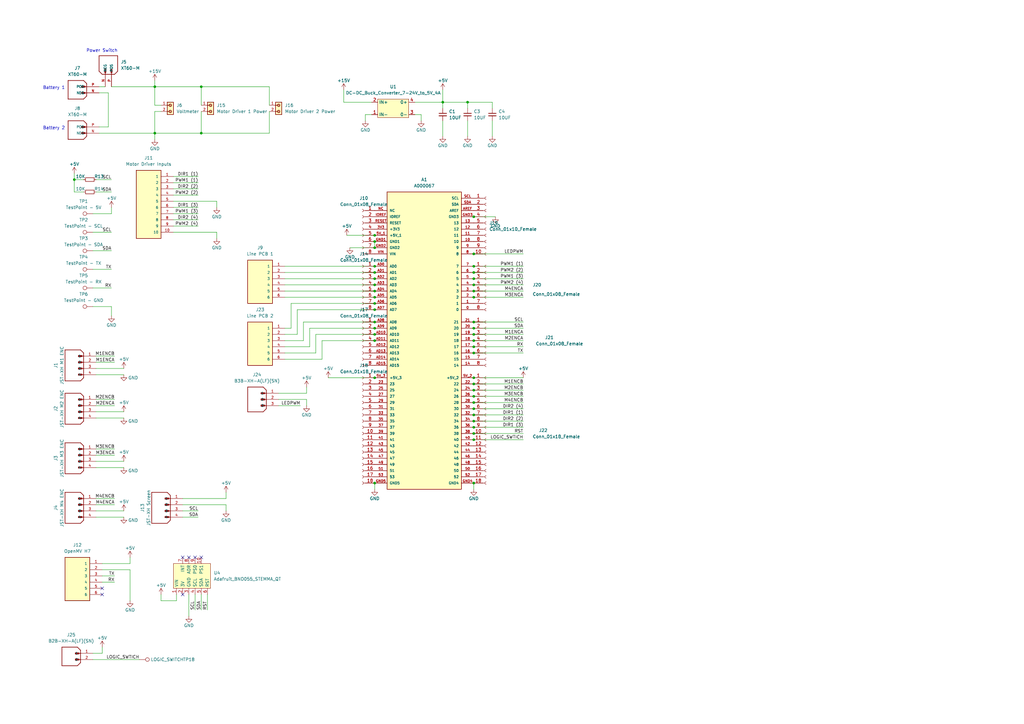
<source format=kicad_sch>
(kicad_sch (version 20211123) (generator eeschema)
  (paper "A3")
  (lib_symbols
    (symbol "5mm Pitch 2-Pin Screw Terminal Block:691137710002" (pin_names (offset 1.016))
      (property "Reference" "J" (at -4.88 -0.922 0))
      (property "Value" "691137710002" (at -4.83 -2.58 0))
      (symbol "691137710002_0_0"
        (pin passive line (at -2.54 -5.08 90) (length 2.54) (name "~") (number "1"))
        (pin passive line (at 0 -5.08 90) (length 2.54) (name "~") (number "2"))
      )
    )
    (symbol "A000067:A000067" (pin_names (offset 1.016))
      (property "Reference" "A" (at -15.24 61.595 0))
      (property "Value" "A000067" (at -15.24 -63.5 0))
      (symbol "A000067_0_0"
        (pin passive line (at 20.32 12.7 180) (length 5.08) (name "0") (number "0"))
        (pin passive line (at 20.32 15.24 180) (length 5.08) (name "1") (number "1"))
        (pin passive line (at 20.32 40.64 180) (length 5.08) (name "10") (number "10"))
        (pin passive line (at 20.32 43.18 180) (length 5.08) (name "11") (number "11"))
        (pin passive line (at 20.32 45.72 180) (length 5.08) (name "12") (number "12"))
        (pin passive line (at 20.32 48.26 180) (length 5.08) (name "13") (number "13"))
        (pin passive line (at 20.32 -10.16 180) (length 5.08) (name "14") (number "14"))
        (pin passive line (at 20.32 -7.62 180) (length 5.08) (name "15") (number "15"))
        (pin passive line (at 20.32 -5.08 180) (length 5.08) (name "16") (number "16"))
        (pin passive line (at 20.32 -2.54 180) (length 5.08) (name "17") (number "17"))
        (pin passive line (at 20.32 0 180) (length 5.08) (name "18") (number "18"))
        (pin passive line (at 20.32 2.54 180) (length 5.08) (name "19") (number "19"))
        (pin passive line (at 20.32 17.78 180) (length 5.08) (name "2") (number "2"))
        (pin passive line (at 20.32 5.08 180) (length 5.08) (name "20") (number "20"))
        (pin passive line (at 20.32 7.62 180) (length 5.08) (name "21") (number "21"))
        (pin passive line (at 20.32 -17.78 180) (length 5.08) (name "22") (number "22"))
        (pin passive line (at -20.32 -17.78 0) (length 5.08) (name "23") (number "23"))
        (pin passive line (at 20.32 -20.32 180) (length 5.08) (name "24") (number "24"))
        (pin passive line (at -20.32 -20.32 0) (length 5.08) (name "25") (number "25"))
        (pin passive line (at 20.32 -22.86 180) (length 5.08) (name "26") (number "26"))
        (pin passive line (at -20.32 -22.86 0) (length 5.08) (name "27") (number "27"))
        (pin passive line (at 20.32 -25.4 180) (length 5.08) (name "28") (number "28"))
        (pin passive line (at -20.32 -25.4 0) (length 5.08) (name "29") (number "29"))
        (pin passive line (at 20.32 20.32 180) (length 5.08) (name "3") (number "3"))
        (pin passive line (at 20.32 -27.94 180) (length 5.08) (name "30") (number "30"))
        (pin passive line (at -20.32 -27.94 0) (length 5.08) (name "31") (number "31"))
        (pin passive line (at 20.32 -30.48 180) (length 5.08) (name "32") (number "32"))
        (pin passive line (at -20.32 -30.48 0) (length 5.08) (name "33") (number "33"))
        (pin passive line (at 20.32 -33.02 180) (length 5.08) (name "34") (number "34"))
        (pin passive line (at -20.32 -33.02 0) (length 5.08) (name "35") (number "35"))
        (pin passive line (at 20.32 -35.56 180) (length 5.08) (name "36") (number "36"))
        (pin passive line (at -20.32 -35.56 0) (length 5.08) (name "37") (number "37"))
        (pin passive line (at 20.32 -38.1 180) (length 5.08) (name "38") (number "38"))
        (pin passive line (at -20.32 -38.1 0) (length 5.08) (name "39") (number "39"))
        (pin passive line (at -20.32 45.72 0) (length 5.08) (name "+3V3") (number "3V3"))
        (pin passive line (at 20.32 22.86 180) (length 5.08) (name "4") (number "4"))
        (pin passive line (at 20.32 -40.64 180) (length 5.08) (name "40") (number "40"))
        (pin passive line (at -20.32 -40.64 0) (length 5.08) (name "41") (number "41"))
        (pin passive line (at 20.32 -43.18 180) (length 5.08) (name "42") (number "42"))
        (pin passive line (at -20.32 -43.18 0) (length 5.08) (name "43") (number "43"))
        (pin passive line (at 20.32 -45.72 180) (length 5.08) (name "44") (number "44"))
        (pin passive line (at -20.32 -45.72 0) (length 5.08) (name "45") (number "45"))
        (pin passive line (at 20.32 -48.26 180) (length 5.08) (name "46") (number "46"))
        (pin passive line (at -20.32 -48.26 0) (length 5.08) (name "47") (number "47"))
        (pin passive line (at 20.32 -50.8 180) (length 5.08) (name "48") (number "48"))
        (pin passive line (at -20.32 -50.8 0) (length 5.08) (name "49") (number "49"))
        (pin passive line (at 20.32 25.4 180) (length 5.08) (name "5") (number "5"))
        (pin passive line (at 20.32 -53.34 180) (length 5.08) (name "50") (number "50"))
        (pin passive line (at -20.32 -53.34 0) (length 5.08) (name "51") (number "51"))
        (pin passive line (at 20.32 -55.88 180) (length 5.08) (name "52") (number "52"))
        (pin passive line (at -20.32 -55.88 0) (length 5.08) (name "53") (number "53"))
        (pin passive line (at -20.32 43.18 0) (length 5.08) (name "+5V_1") (number "5V_1"))
        (pin passive line (at 20.32 -15.24 180) (length 5.08) (name "+5V_2") (number "5V_2"))
        (pin passive line (at -20.32 -15.24 0) (length 5.08) (name "+5V_3") (number "5V_3"))
        (pin passive line (at 20.32 27.94 180) (length 5.08) (name "6") (number "6"))
        (pin passive line (at 20.32 30.48 180) (length 5.08) (name "7") (number "7"))
        (pin passive line (at 20.32 35.56 180) (length 5.08) (name "8") (number "8"))
        (pin passive line (at 20.32 38.1 180) (length 5.08) (name "9") (number "9"))
        (pin passive line (at -20.32 30.48 0) (length 5.08) (name "AD0") (number "AD0"))
        (pin passive line (at -20.32 27.94 0) (length 5.08) (name "AD1") (number "AD1"))
        (pin passive line (at -20.32 2.54 0) (length 5.08) (name "AD10") (number "AD10"))
        (pin passive line (at -20.32 0 0) (length 5.08) (name "AD11") (number "AD11"))
        (pin passive line (at -20.32 -2.54 0) (length 5.08) (name "AD12") (number "AD12"))
        (pin passive line (at -20.32 -5.08 0) (length 5.08) (name "AD13") (number "AD13"))
        (pin passive line (at -20.32 -7.62 0) (length 5.08) (name "AD14") (number "AD14"))
        (pin passive line (at -20.32 -10.16 0) (length 5.08) (name "AD15") (number "AD15"))
        (pin passive line (at -20.32 25.4 0) (length 5.08) (name "AD2") (number "AD2"))
        (pin passive line (at -20.32 22.86 0) (length 5.08) (name "AD3") (number "AD3"))
        (pin passive line (at -20.32 20.32 0) (length 5.08) (name "AD4") (number "AD4"))
        (pin passive line (at -20.32 17.78 0) (length 5.08) (name "AD5") (number "AD5"))
        (pin passive line (at -20.32 15.24 0) (length 5.08) (name "AD6") (number "AD6"))
        (pin passive line (at -20.32 12.7 0) (length 5.08) (name "AD7") (number "AD7"))
        (pin passive line (at -20.32 7.62 0) (length 5.08) (name "AD8") (number "AD8"))
        (pin passive line (at -20.32 5.08 0) (length 5.08) (name "AD9") (number "AD9"))
        (pin passive line (at 20.32 53.34 180) (length 5.08) (name "AREF") (number "AREF"))
        (pin passive line (at -20.32 40.64 0) (length 5.08) (name "GND1") (number "GND1"))
        (pin passive line (at -20.32 38.1 0) (length 5.08) (name "GND2") (number "GND2"))
        (pin passive line (at 20.32 50.8 180) (length 5.08) (name "GND3") (number "GND3"))
        (pin passive line (at 20.32 -58.42 180) (length 5.08) (name "GND4") (number "GND4"))
        (pin passive line (at -20.32 -58.42 0) (length 5.08) (name "GND5") (number "GND5"))
        (pin passive line (at -20.32 50.8 0) (length 5.08) (name "IOREF") (number "IOREF"))
        (pin passive line (at -20.32 53.34 0) (length 5.08) (name "NC") (number "NC"))
        (pin passive line (at -20.32 48.26 0) (length 5.08) (name "RESET") (number "RESET"))
        (pin passive line (at 20.32 58.42 180) (length 5.08) (name "SCL") (number "SCL"))
        (pin passive line (at 20.32 55.88 180) (length 5.08) (name "SDA") (number "SDA"))
        (pin passive line (at -20.32 35.56 0) (length 5.08) (name "VIN") (number "VIN"))
      )
    )
    (symbol "Adafruit BNO055 STEMMA QT:Adafruit_BNO055_STEMMA_QT"
      (property "Reference" "U" (at -12.7 0 90))
      (property "Value" "Adafruit_BNO055_STEMMA_QT" (at -10.16 0 90))
      (symbol "Adafruit_BNO055_STEMMA_QT_1_1"
        (pin input line (at -6.35 -7.62 90) (length 2.54) (name "VIN") (number "1"))
        (pin input line (at 3.81 7.62 270) (length 2.54) (name "PS1") (number "10"))
        (pin input line (at -3.81 -7.62 90) (length 2.54) (name "3V") (number "2"))
        (pin input line (at -1.27 -7.62 90) (length 2.54) (name "GND") (number "3"))
        (pin input line (at 1.27 -7.62 90) (length 2.54) (name "SCL") (number "4"))
        (pin input line (at 3.81 -7.62 90) (length 2.54) (name "SDA") (number "5"))
        (pin input line (at 6.35 -7.62 90) (length 2.54) (name "RST") (number "6"))
        (pin input line (at -3.81 7.62 270) (length 2.54) (name "INT") (number "7"))
        (pin input line (at -1.27 7.62 270) (length 2.54) (name "ADR") (number "8"))
        (pin input line (at 1.27 7.62 270) (length 2.54) (name "PS0") (number "9"))
      )
    )
    (symbol "B2B-XH-A_LF__SN_:B2B-XH-A(LF)(SN)" (pin_names (offset 1.016))
      (property "Reference" "J" (at 0 6.35 0))
      (property "Value" "B2B-XH-A(LF)(SN)" (at 0 -5.08 0))
      (symbol "B2B-XH-A(LF)(SN)_0_0"
        (pin passive line (at -5.08 2.54 0) (length 5.08) (name "1") (number "1"))
        (pin passive line (at -5.08 0 0) (length 5.08) (name "2") (number "2"))
      )
    )
    (symbol "B3B-XH-A_LF__SN_:B3B-XH-A(LF)(SN)" (pin_names (offset 1.016))
      (property "Reference" "J" (at 0 6.35 0))
      (property "Value" "B3B-XH-A(LF)(SN)" (at 0 -7.62 0))
      (symbol "B3B-XH-A(LF)(SN)_0_0"
        (pin passive line (at -5.08 2.54 0) (length 5.08) (name "1") (number "1"))
        (pin passive line (at -5.08 0 0) (length 5.08) (name "2") (number "2"))
        (pin passive line (at -5.08 -2.54 0) (length 5.08) (name "3") (number "3"))
      )
    )
    (symbol "B4B-XH-A_LF__SN_:B4B-XH-A(LF)(SN)" (pin_names (offset 1.016))
      (property "Reference" "J" (at 0 8.89 0))
      (property "Value" "B4B-XH-A(LF)(SN)" (at 0 -7.62 0))
      (symbol "B4B-XH-A(LF)(SN)_0_0"
        (pin passive line (at -5.08 5.08 0) (length 5.08) (name "1") (number "1"))
        (pin passive line (at -5.08 2.54 0) (length 5.08) (name "2") (number "2"))
        (pin passive line (at -5.08 0 0) (length 5.08) (name "3") (number "3"))
        (pin passive line (at -5.08 -2.54 0) (length 5.08) (name "4") (number "4"))
      )
    )
    (symbol "Box IDC header 2x3:2-1761679-1" (pin_names (offset 1.016))
      (property "Reference" "J" (at -5.58 10.16 0))
      (property "Value" "2-1761679-1" (at -5.08 -10.16 0))
      (symbol "2-1761679-1_0_0"
        (pin passive line (at -10.16 7.62 0) (length 5.08) (name "1") (number "1"))
        (pin passive line (at -10.16 5.08 0) (length 5.08) (name "2") (number "2"))
        (pin passive line (at -10.16 2.54 0) (length 5.08) (name "3") (number "3"))
        (pin passive line (at -10.16 0 0) (length 5.08) (name "4") (number "4"))
        (pin passive line (at -10.16 -2.54 0) (length 5.08) (name "5") (number "5"))
        (pin passive line (at -10.16 -5.08 0) (length 5.08) (name "6") (number "6"))
      )
    )
    (symbol "Box IDC header 2x5:2-1761603-3" (pin_names (offset 1.016))
      (property "Reference" "J" (at -5.58 15.24 0))
      (property "Value" "2-1761603-3" (at -5.08 -15.24 0))
      (symbol "2-1761603-3_0_0"
        (pin passive line (at -10.16 12.7 0) (length 5.08) (name "1") (number "1"))
        (pin passive line (at -10.16 -10.16 0) (length 5.08) (name "10") (number "10"))
        (pin passive line (at -10.16 10.16 0) (length 5.08) (name "2") (number "2"))
        (pin passive line (at -10.16 7.62 0) (length 5.08) (name "3") (number "3"))
        (pin passive line (at -10.16 5.08 0) (length 5.08) (name "4") (number "4"))
        (pin passive line (at -10.16 2.54 0) (length 5.08) (name "5") (number "5"))
        (pin passive line (at -10.16 0 0) (length 5.08) (name "6") (number "6"))
        (pin passive line (at -10.16 -2.54 0) (length 5.08) (name "7") (number "7"))
        (pin passive line (at -10.16 -5.08 0) (length 5.08) (name "8") (number "8"))
        (pin passive line (at -10.16 -7.62 0) (length 5.08) (name "9") (number "9"))
      )
    )
    (symbol "Connector:Conn_01x08_Female" (pin_names (offset 1.016) hide)
      (property "Reference" "J" (at 0 10.16 0))
      (property "Value" "Conn_01x08_Female" (at 0 -12.7 0))
      (symbol "Conn_01x08_Female_1_1"
        (pin passive line (at -5.08 7.62 0) (length 3.81) (name "Pin_1") (number "1"))
        (pin passive line (at -5.08 5.08 0) (length 3.81) (name "Pin_2") (number "2"))
        (pin passive line (at -5.08 2.54 0) (length 3.81) (name "Pin_3") (number "3"))
        (pin passive line (at -5.08 0 0) (length 3.81) (name "Pin_4") (number "4"))
        (pin passive line (at -5.08 -2.54 0) (length 3.81) (name "Pin_5") (number "5"))
        (pin passive line (at -5.08 -5.08 0) (length 3.81) (name "Pin_6") (number "6"))
        (pin passive line (at -5.08 -7.62 0) (length 3.81) (name "Pin_7") (number "7"))
        (pin passive line (at -5.08 -10.16 0) (length 3.81) (name "Pin_8") (number "8"))
      )
    )
    (symbol "Connector:Conn_01x10_Female" (pin_names (offset 1.016) hide)
      (property "Reference" "J" (at 0 12.7 0))
      (property "Value" "Conn_01x10_Female" (at 0 -15.24 0))
      (symbol "Conn_01x10_Female_1_1"
        (pin passive line (at -5.08 10.16 0) (length 3.81) (name "Pin_1") (number "1"))
        (pin passive line (at -5.08 -12.7 0) (length 3.81) (name "Pin_10") (number "10"))
        (pin passive line (at -5.08 7.62 0) (length 3.81) (name "Pin_2") (number "2"))
        (pin passive line (at -5.08 5.08 0) (length 3.81) (name "Pin_3") (number "3"))
        (pin passive line (at -5.08 2.54 0) (length 3.81) (name "Pin_4") (number "4"))
        (pin passive line (at -5.08 0 0) (length 3.81) (name "Pin_5") (number "5"))
        (pin passive line (at -5.08 -2.54 0) (length 3.81) (name "Pin_6") (number "6"))
        (pin passive line (at -5.08 -5.08 0) (length 3.81) (name "Pin_7") (number "7"))
        (pin passive line (at -5.08 -7.62 0) (length 3.81) (name "Pin_8") (number "8"))
        (pin passive line (at -5.08 -10.16 0) (length 3.81) (name "Pin_9") (number "9"))
      )
    )
    (symbol "Connector:Conn_01x18_Female" (pin_names (offset 1.016) hide)
      (property "Reference" "J" (at 0 22.86 0))
      (property "Value" "Conn_01x18_Female" (at 0 -25.4 0))
      (symbol "Conn_01x18_Female_1_1"
        (pin passive line (at -5.08 20.32 0) (length 3.81) (name "Pin_1") (number "1"))
        (pin passive line (at -5.08 -2.54 0) (length 3.81) (name "Pin_10") (number "10"))
        (pin passive line (at -5.08 -5.08 0) (length 3.81) (name "Pin_11") (number "11"))
        (pin passive line (at -5.08 -7.62 0) (length 3.81) (name "Pin_12") (number "12"))
        (pin passive line (at -5.08 -10.16 0) (length 3.81) (name "Pin_13") (number "13"))
        (pin passive line (at -5.08 -12.7 0) (length 3.81) (name "Pin_14") (number "14"))
        (pin passive line (at -5.08 -15.24 0) (length 3.81) (name "Pin_15") (number "15"))
        (pin passive line (at -5.08 -17.78 0) (length 3.81) (name "Pin_16") (number "16"))
        (pin passive line (at -5.08 -20.32 0) (length 3.81) (name "Pin_17") (number "17"))
        (pin passive line (at -5.08 -22.86 0) (length 3.81) (name "Pin_18") (number "18"))
        (pin passive line (at -5.08 17.78 0) (length 3.81) (name "Pin_2") (number "2"))
        (pin passive line (at -5.08 15.24 0) (length 3.81) (name "Pin_3") (number "3"))
        (pin passive line (at -5.08 12.7 0) (length 3.81) (name "Pin_4") (number "4"))
        (pin passive line (at -5.08 10.16 0) (length 3.81) (name "Pin_5") (number "5"))
        (pin passive line (at -5.08 7.62 0) (length 3.81) (name "Pin_6") (number "6"))
        (pin passive line (at -5.08 5.08 0) (length 3.81) (name "Pin_7") (number "7"))
        (pin passive line (at -5.08 2.54 0) (length 3.81) (name "Pin_8") (number "8"))
        (pin passive line (at -5.08 0 0) (length 3.81) (name "Pin_9") (number "9"))
      )
    )
    (symbol "Connector:TestPoint" (pin_numbers hide) (pin_names (offset 0.762) hide)
      (property "Reference" "TP" (at 0 6.858 0))
      (property "Value" "TestPoint" (at 0 5.08 0))
      (symbol "TestPoint_1_1"
        (pin passive line (at 0 0 90) (length 2.54) (name "1") (number "1"))
      )
    )
    (symbol "DC-DC Buck Converter 7-24V to 5V 4A:DC-DC_Buck_Converter_7-24V_to_5V_4A"
      (property "Reference" "U" (at 0 5.08 0))
      (property "Value" "DC-DC_Buck_Converter_7-24V_to_5V_4A" (at 1.27 7.62 0))
      (symbol "DC-DC_Buck_Converter_7-24V_to_5V_4A_1_1"
        (pin input line (at -8.89 2.54 0) (length 2.54) (name "IN-") (number "1"))
        (pin input line (at -8.89 -2.54 0) (length 2.54) (name "IN+") (number "2"))
        (pin input line (at 8.89 2.54 180) (length 2.54) (name "0-") (number "3"))
        (pin input line (at 8.89 -2.54 180) (length 2.54) (name "0+") (number "4"))
      )
    )
    (symbol "Device:C_Small" (pin_numbers hide) (pin_names (offset 0.254) hide)
      (property "Reference" "C" (at 0.254 1.778 0))
      (property "Value" "C_Small" (at 0.254 -2.032 0))
      (symbol "C_Small_1_1"
        (pin passive line (at 0 2.54 270) (length 2.032) (name "~") (number "1"))
        (pin passive line (at 0 -2.54 90) (length 2.032) (name "~") (number "2"))
      )
    )
    (symbol "Device:R_Small" (pin_numbers hide) (pin_names (offset 0.254) hide)
      (property "Reference" "R" (at 0.762 0.508 0))
      (property "Value" "R_Small" (at 0.762 -1.016 0))
      (symbol "R_Small_1_1"
        (pin passive line (at 0 2.54 270) (length 0.762) (name "~") (number "1"))
        (pin passive line (at 0 -2.54 90) (length 0.762) (name "~") (number "2"))
      )
    )
    (symbol "XT60-M:XT60-M" (pin_names (offset 1.016))
      (property "Reference" "J" (at 0 6.35 0))
      (property "Value" "XT60-M" (at 0 -5.08 0))
      (symbol "XT60-M_0_0"
        (pin passive line (at -5.08 0 0) (length 5.08) (name "NEG") (number "N"))
        (pin passive line (at -5.08 2.54 0) (length 5.08) (name "POS") (number "P"))
      )
    )
    (symbol "power:+15V" (power) (pin_names (offset 0))
      (property "Value" "+15V" (at 0 3.556 0))
      (symbol "+15V_1_1"
        (pin power_in line (at 0 0 90) (length 0) hide (name "+15V") (number "1"))
      )
    )
    (symbol "power:+5V" (power) (pin_names (offset 0))
      (property "Value" "+5V" (at 0 3.556 0))
      (symbol "+5V_1_1"
        (pin power_in line (at 0 0 90) (length 0) hide (name "+5V") (number "1"))
      )
    )
    (symbol "power:GND" (power) (pin_names (offset 0))
      (property "Value" "GND" (at 0 -3.81 0))
      (symbol "GND_1_1"
        (pin power_in line (at 0 0 270) (length 0) hide (name "GND") (number "1"))
      )
    )
  )
  (junction (at 153.67 114.3))
  (junction (at 194.31 175.26))
  (junction (at 82.55 35.56))
  (junction (at 194.31 114.3))
  (junction (at 194.31 137.16))
  (junction (at 153.67 99.06))
  (junction (at 194.31 165.1))
  (junction (at 194.31 104.14))
  (junction (at 153.67 137.16))
  (junction (at 194.31 121.92))
  (junction (at 194.31 88.9))
  (junction (at 194.31 160.02))
  (junction (at 153.67 198.12))
  (junction (at 194.31 170.18))
  (junction (at 194.31 134.62))
  (junction (at 82.55 54.61))
  (junction (at 153.67 121.92))
  (junction (at 194.31 132.08))
  (junction (at 181.61 41.91))
  (junction (at 153.67 139.7))
  (junction (at 153.67 101.6))
  (junction (at 63.5 54.61))
  (junction (at 194.31 180.34))
  (junction (at 194.31 154.94))
  (junction (at 153.67 96.52))
  (junction (at 194.31 198.12))
  (junction (at 194.31 109.22))
  (junction (at 194.31 116.84))
  (junction (at 63.5 35.56))
  (junction (at 153.67 127))
  (junction (at 30.48 73.66))
  (junction (at 194.31 139.7))
  (junction (at 194.31 142.24))
  (junction (at 194.31 119.38))
  (junction (at 194.31 162.56))
  (junction (at 191.77 41.91))
  (junction (at 194.31 172.72))
  (junction (at 194.31 167.64))
  (junction (at 153.67 134.62))
  (junction (at 153.67 111.76))
  (junction (at 194.31 177.8))
  (junction (at 153.67 119.38))
  (junction (at 153.67 109.22))
  (junction (at 153.67 154.94))
  (junction (at 194.31 157.48))
  (junction (at 194.31 144.78))
  (junction (at 153.67 124.46))
  (junction (at 194.31 111.76))
  (junction (at 153.67 132.08))
  (junction (at 153.67 116.84))
  (no_connect (at 77.47 228.6))
  (no_connect (at 41.91 243.84))
  (no_connect (at 82.55 228.6))
  (no_connect (at 74.93 228.6))
  (no_connect (at 80.01 228.6))
  (no_connect (at 41.91 241.3))
  (no_connect (at 74.93 243.84))
  (wire (pts (xy 63.5 54.61) (xy 82.55 54.61)))
  (wire (pts (xy 124.46 132.08) (xy 124.46 139.7)))
  (wire (pts (xy 82.55 35.56) (xy 82.55 43.18)))
  (wire (pts (xy 194.31 175.26) (xy 214.63 175.26)))
  (wire (pts (xy 71.12 90.17) (xy 81.28 90.17)))
  (wire (pts (xy 39.37 184.15) (xy 46.99 184.15)))
  (wire (pts (xy 39.37 166.37) (xy 46.99 166.37)))
  (wire (pts (xy 124.46 139.7) (xy 116.84 139.7)))
  (wire (pts (xy 71.12 72.39) (xy 81.28 72.39)))
  (wire (pts (xy 72.39 246.38) (xy 66.04 246.38)))
  (wire (pts (xy 181.61 36.83) (xy 181.61 41.91)))
  (wire (pts (xy 142.24 96.52) (xy 153.67 96.52)))
  (wire (pts (xy 172.72 46.99) (xy 172.72 49.53)))
  (wire (pts (xy 127 142.24) (xy 127 134.62)))
  (wire (pts (xy 39.37 163.83) (xy 46.99 163.83)))
  (wire (pts (xy 125.73 158.75) (xy 125.73 161.29)))
  (wire (pts (xy 114.3 163.83) (xy 125.73 163.83)))
  (wire (pts (xy 92.71 201.93) (xy 92.71 204.47)))
  (wire (pts (xy 63.5 43.18) (xy 66.04 43.18)))
  (wire (pts (xy 38.1 95.25) (xy 45.72 95.25)))
  (wire (pts (xy 53.34 228.6) (xy 53.34 231.14)))
  (wire (pts (xy 44.45 38.1) (xy 44.45 52.07)))
  (wire (pts (xy 63.5 33.02) (xy 63.5 35.56)))
  (wire (pts (xy 71.12 92.71) (xy 81.28 92.71)))
  (wire (pts (xy 194.31 116.84) (xy 214.63 116.84)))
  (wire (pts (xy 30.48 71.12) (xy 30.48 73.66)))
  (wire (pts (xy 194.31 119.38) (xy 214.63 119.38)))
  (wire (pts (xy 121.92 127) (xy 153.67 127)))
  (wire (pts (xy 80.01 250.19) (xy 80.01 243.84)))
  (wire (pts (xy 40.64 54.61) (xy 63.5 54.61)))
  (wire (pts (xy 38.1 267.97) (xy 41.91 267.97)))
  (wire (pts (xy 71.12 87.63) (xy 81.28 87.63)))
  (wire (pts (xy 53.34 246.38) (xy 53.34 233.68)))
  (wire (pts (xy 194.31 104.14) (xy 214.63 104.14)))
  (wire (pts (xy 39.37 73.66) (xy 45.72 73.66)))
  (wire (pts (xy 71.12 82.55) (xy 88.9 82.55)))
  (wire (pts (xy 129.54 144.78) (xy 116.84 144.78)))
  (wire (pts (xy 201.93 55.88) (xy 201.93 49.53)))
  (wire (pts (xy 194.31 154.94) (xy 214.63 154.94)))
  (wire (pts (xy 39.37 148.59) (xy 46.99 148.59)))
  (wire (pts (xy 121.92 127) (xy 121.92 137.16)))
  (wire (pts (xy 38.1 102.87) (xy 45.72 102.87)))
  (wire (pts (xy 82.55 54.61) (xy 110.49 54.61)))
  (wire (pts (xy 170.18 41.91) (xy 181.61 41.91)))
  (wire (pts (xy 44.45 52.07) (xy 40.64 52.07)))
  (wire (pts (xy 140.97 41.91) (xy 152.4 41.91)))
  (wire (pts (xy 194.31 177.8) (xy 214.63 177.8)))
  (wire (pts (xy 40.64 35.56) (xy 43.18 35.56)))
  (wire (pts (xy 194.31 170.18) (xy 214.63 170.18)))
  (wire (pts (xy 143.51 101.6) (xy 153.67 101.6)))
  (wire (pts (xy 39.37 212.09) (xy 50.8 212.09)))
  (wire (pts (xy 116.84 142.24) (xy 127 142.24)))
  (wire (pts (xy 39.37 153.67) (xy 50.8 153.67)))
  (wire (pts (xy 194.31 132.08) (xy 214.63 132.08)))
  (wire (pts (xy 194.31 134.62) (xy 214.63 134.62)))
  (wire (pts (xy 66.04 243.84) (xy 66.04 246.38)))
  (wire (pts (xy 38.1 125.73) (xy 45.72 125.73)))
  (wire (pts (xy 39.37 146.05) (xy 46.99 146.05)))
  (wire (pts (xy 82.55 250.19) (xy 82.55 243.84)))
  (wire (pts (xy 34.29 78.74) (xy 30.48 78.74)))
  (wire (pts (xy 191.77 41.91) (xy 201.93 41.91)))
  (wire (pts (xy 71.12 80.01) (xy 81.28 80.01)))
  (wire (pts (xy 132.08 139.7) (xy 153.67 139.7)))
  (wire (pts (xy 74.93 204.47) (xy 92.71 204.47)))
  (wire (pts (xy 92.71 207.01) (xy 92.71 209.55)))
  (wire (pts (xy 39.37 189.23) (xy 50.8 189.23)))
  (wire (pts (xy 39.37 204.47) (xy 46.99 204.47)))
  (wire (pts (xy 181.61 41.91) (xy 191.77 41.91)))
  (wire (pts (xy 41.91 233.68) (xy 53.34 233.68)))
  (wire (pts (xy 194.31 165.1) (xy 214.63 165.1)))
  (wire (pts (xy 110.49 35.56) (xy 110.49 43.18)))
  (wire (pts (xy 194.31 121.92) (xy 214.63 121.92)))
  (wire (pts (xy 194.31 162.56) (xy 214.63 162.56)))
  (wire (pts (xy 127 134.62) (xy 153.67 134.62)))
  (wire (pts (xy 41.91 238.76) (xy 46.99 238.76)))
  (wire (pts (xy 38.1 118.11) (xy 45.72 118.11)))
  (wire (pts (xy 194.31 137.16) (xy 214.63 137.16)))
  (wire (pts (xy 194.31 142.24) (xy 214.63 142.24)))
  (wire (pts (xy 71.12 85.09) (xy 81.28 85.09)))
  (wire (pts (xy 45.72 35.56) (xy 63.5 35.56)))
  (wire (pts (xy 153.67 101.6) (xy 153.67 99.06)))
  (wire (pts (xy 134.62 154.94) (xy 153.67 154.94)))
  (wire (pts (xy 63.5 57.15) (xy 63.5 54.61)))
  (wire (pts (xy 63.5 45.72) (xy 66.04 45.72)))
  (wire (pts (xy 149.86 46.99) (xy 152.4 46.99)))
  (wire (pts (xy 39.37 209.55) (xy 50.8 209.55)))
  (wire (pts (xy 194.31 139.7) (xy 214.63 139.7)))
  (wire (pts (xy 38.1 87.63) (xy 45.72 87.63)))
  (wire (pts (xy 39.37 78.74) (xy 45.72 78.74)))
  (wire (pts (xy 119.38 134.62) (xy 116.84 134.62)))
  (wire (pts (xy 132.08 147.32) (xy 132.08 139.7)))
  (wire (pts (xy 140.97 36.83) (xy 140.97 41.91)))
  (wire (pts (xy 181.61 49.53) (xy 181.61 55.88)))
  (wire (pts (xy 82.55 35.56) (xy 110.49 35.56)))
  (wire (pts (xy 85.09 250.19) (xy 85.09 243.84)))
  (wire (pts (xy 88.9 97.79) (xy 88.9 95.25)))
  (wire (pts (xy 114.3 166.37) (xy 123.19 166.37)))
  (wire (pts (xy 191.77 49.53) (xy 191.77 55.88)))
  (wire (pts (xy 170.18 46.99) (xy 172.72 46.99)))
  (wire (pts (xy 74.93 209.55) (xy 81.28 209.55)))
  (wire (pts (xy 63.5 35.56) (xy 82.55 35.56)))
  (wire (pts (xy 34.29 73.66) (xy 30.48 73.66)))
  (wire (pts (xy 121.92 137.16) (xy 116.84 137.16)))
  (wire (pts (xy 125.73 163.83) (xy 125.73 166.37)))
  (wire (pts (xy 39.37 151.13) (xy 50.8 151.13)))
  (wire (pts (xy 82.55 54.61) (xy 82.55 45.72)))
  (wire (pts (xy 194.31 144.78) (xy 214.63 144.78)))
  (wire (pts (xy 194.31 167.64) (xy 214.63 167.64)))
  (wire (pts (xy 39.37 191.77) (xy 50.8 191.77)))
  (wire (pts (xy 45.72 87.63) (xy 45.72 85.09)))
  (wire (pts (xy 38.1 270.51) (xy 57.15 270.51)))
  (wire (pts (xy 38.1 110.49) (xy 45.72 110.49)))
  (wire (pts (xy 124.46 132.08) (xy 153.67 132.08)))
  (wire (pts (xy 72.39 243.84) (xy 72.39 246.38)))
  (wire (pts (xy 194.31 157.48) (xy 214.63 157.48)))
  (wire (pts (xy 30.48 78.74) (xy 30.48 73.66)))
  (wire (pts (xy 119.38 124.46) (xy 119.38 134.62)))
  (wire (pts (xy 116.84 114.3) (xy 153.67 114.3)))
  (wire (pts (xy 116.84 109.22) (xy 153.67 109.22)))
  (wire (pts (xy 119.38 124.46) (xy 153.67 124.46)))
  (wire (pts (xy 194.31 111.76) (xy 214.63 111.76)))
  (wire (pts (xy 63.5 45.72) (xy 63.5 54.61)))
  (wire (pts (xy 116.84 111.76) (xy 153.67 111.76)))
  (wire (pts (xy 71.12 74.93) (xy 81.28 74.93)))
  (wire (pts (xy 39.37 186.69) (xy 46.99 186.69)))
  (wire (pts (xy 41.91 236.22) (xy 46.99 236.22)))
  (wire (pts (xy 40.64 38.1) (xy 44.45 38.1)))
  (wire (pts (xy 71.12 77.47) (xy 81.28 77.47)))
  (wire (pts (xy 88.9 95.25) (xy 71.12 95.25)))
  (wire (pts (xy 41.91 231.14) (xy 53.34 231.14)))
  (wire (pts (xy 153.67 137.16) (xy 129.54 137.16)))
  (wire (pts (xy 153.67 198.12) (xy 153.67 200.66)))
  (wire (pts (xy 129.54 137.16) (xy 129.54 144.78)))
  (wire (pts (xy 77.47 243.84) (xy 77.47 252.73)))
  (wire (pts (xy 194.31 114.3) (xy 214.63 114.3)))
  (wire (pts (xy 116.84 116.84) (xy 153.67 116.84)))
  (wire (pts (xy 114.3 161.29) (xy 125.73 161.29)))
  (wire (pts (xy 194.31 172.72) (xy 214.63 172.72)))
  (wire (pts (xy 191.77 44.45) (xy 191.77 41.91)))
  (wire (pts (xy 149.86 46.99) (xy 149.86 49.53)))
  (wire (pts (xy 201.93 41.91) (xy 201.93 44.45)))
  (wire (pts (xy 116.84 147.32) (xy 132.08 147.32)))
  (wire (pts (xy 181.61 41.91) (xy 181.61 44.45)))
  (wire (pts (xy 74.93 207.01) (xy 92.71 207.01)))
  (wire (pts (xy 194.31 109.22) (xy 214.63 109.22)))
  (wire (pts (xy 63.5 35.56) (xy 63.5 43.18)))
  (wire (pts (xy 194.31 180.34) (xy 214.63 180.34)))
  (wire (pts (xy 41.91 267.97) (xy 41.91 265.43)))
  (wire (pts (xy 194.31 88.9) (xy 203.2 88.9)))
  (wire (pts (xy 45.72 125.73) (xy 45.72 129.54)))
  (wire (pts (xy 116.84 121.92) (xy 153.67 121.92)))
  (wire (pts (xy 194.31 198.12) (xy 194.31 200.66)))
  (wire (pts (xy 39.37 207.01) (xy 46.99 207.01)))
  (wire (pts (xy 50.8 168.91) (xy 39.37 168.91)))
  (wire (pts (xy 194.31 160.02) (xy 214.63 160.02)))
  (wire (pts (xy 88.9 82.55) (xy 88.9 85.09)))
  (wire (pts (xy 110.49 45.72) (xy 110.49 54.61)))
  (wire (pts (xy 39.37 171.45) (xy 50.8 171.45)))
  (wire (pts (xy 74.93 212.09) (xy 81.28 212.09)))
  (wire (pts (xy 116.84 119.38) (xy 153.67 119.38)))
  (text "Battery 1\n" (at 26.67 36.83 180) (effects (font (size 1.27 1.27)) (justify right bottom)))
  (text "Power Switch" (at 48.26 21.59 180) (effects (font (size 1.27 1.27)) (justify right bottom)))
  (text "Battery 2\n" (at 26.67 53.34 180) (effects (font (size 1.27 1.27)) (justify right bottom)))
  (label "M1ENCB" (at 46.99 146.05 180))
  (label "SCL" (at 214.63 132.08 180))
  (label "SDA" (at 214.63 134.62 180))
  (label "PWM2 (4)" (at 81.28 92.71 180))
  (label "M2ENCB" (at 46.99 163.83 180))
  (label "TX" (at 214.63 144.78 180))
  (label "TX" (at 45.72 110.49 180))
  (label "M4ENCA" (at 214.63 119.38 180))
  (label "M2ENCB" (at 214.63 160.02 180))
  (label "RST" (at 214.63 177.8 180))
  (label "LOGIC_SWTICH" (at 214.63 180.34 180))
  (label "PWM1 (1)" (at 81.28 74.93 180))
  (label "LEDPWM" (at 214.63 104.14 180))
  (label "SCL" (at 81.28 209.55 180))
  (label "LEDPWM" (at 123.19 166.37 180))
  (label "LOGIC_SWTICH" (at 57.15 270.51 180))
  (label "SDA" (at 45.72 102.87 180))
  (label "M2ENCA" (at 214.63 139.7 180))
  (label "M4ENCB" (at 214.63 165.1 180))
  (label "PWM1 (1)" (at 214.63 109.22 180))
  (label "RX" (at 46.99 238.76 180))
  (label "RX" (at 214.63 142.24 180))
  (label "DIR2 (4)" (at 81.28 90.17 180))
  (label "M1ENCA" (at 214.63 137.16 180))
  (label "M4ENCB" (at 46.99 204.47 180))
  (label "SCL" (at 80.01 250.19 90))
  (label "PWM1 (3)" (at 81.28 87.63 180))
  (label "M1ENCA" (at 46.99 148.59 180))
  (label "SDA" (at 81.28 212.09 180))
  (label "DIR2 (2)" (at 214.63 172.72 180))
  (label "DIR1 (1)" (at 81.28 72.39 180))
  (label "DIR1 (3)" (at 214.63 175.26 180))
  (label "DIR2 (4)" (at 214.63 167.64 180))
  (label "M1ENCB" (at 214.63 157.48 180))
  (label "RX" (at 45.72 118.11 180))
  (label "SDA" (at 45.72 78.74 180))
  (label "SCL" (at 45.72 73.66 180))
  (label "RST" (at 85.09 250.19 90))
  (label "SCL" (at 45.72 95.25 180))
  (label "PWM2 (4)" (at 214.63 116.84 180))
  (label "PWM2 (2)" (at 81.28 80.01 180))
  (label "M3ENCB" (at 214.63 162.56 180))
  (label "M2ENCA" (at 46.99 166.37 180))
  (label "DIR2 (2)" (at 81.28 77.47 180))
  (label "DIR1 (3)" (at 81.28 85.09 180))
  (label "SDA" (at 82.55 250.19 90))
  (label "TX" (at 46.99 236.22 180))
  (label "DIR1 (1)" (at 214.63 170.18 180))
  (label "PWM2 (2)" (at 214.63 111.76 180))
  (label "M3ENCB" (at 46.99 184.15 180))
  (label "M3ENCA" (at 214.63 121.92 180))
  (label "PWM1 (3)" (at 214.63 114.3 180))
  (label "M3ENCA" (at 46.99 186.69 180))
  (label "M4ENCA" (at 46.99 207.01 180))
  (symbol (lib_id "power:GND") (at 201.93 55.88 0) (unit 1)
    (property "Reference" "#PWR06" (effects hide))
    (property "Value" "GND" (at 201.93 59.69 0))
  )
  (symbol (lib_id "Connector:TestPoint") (at 57.15 270.51 270) (unit 1)
    (property "Reference" "TP18" (at 77.47 270.51 90))
    (property "Value" "LOGIC_SWITCH" (at 68.58 270.51 90))
    (property "Footprint" "TestPoint:TestPoint_THTPad_D2.0mm_Drill1.0mm" (effects hide))
  )
  (symbol (lib_id "Connector:Conn_01x10_Female") (at 199.39 91.44 0) (unit 1)
    (property "Reference" "J19" (at 200.66 91.4399 0) (effects (justify left)))
    (property "Value" "Conn_01x10_Female" (at 200.66 93.9799 0) (effects (justify left)))
    (property "Footprint" "Connector_PinHeader_2.54mm:PinHeader_1x10_P2.54mm_Vertical" (effects hide))
  )
  (symbol (lib_id "Box IDC header 2x3:2-1761679-1") (at 106.68 116.84 0) (mirror y) (unit 1)
    (property "Reference" "J9" (at 106.68 101.6 0))
    (property "Value" "Line PCB 1" (at 106.68 104.14 0))
    (property "Footprint" "Box IDC header 2x3:Box IDC header 2x3" (effects hide))
    (property "Comment" "2-1761679-1" (effects hide))
    (property "EU_RoHS_Compliance" "Compliant" (effects hide))
    (property "Product_Type" "Connector" (effects hide))
    (property "Centerline_Pitch" "2.54 mm[.1 in]" (effects hide))
    (property "Number_of_Positions" "6" (effects hide))
  )
  (symbol (lib_id "Connector:TestPoint") (at 38.1 102.87 90) (unit 1)
    (property "Reference" "TP3" (at 34.29 97.79 90))
    (property "Value" "TestPoint - SDA" (at 34.29 100.33 90))
    (property "Footprint" "TestPoint:TestPoint_THTPad_D2.0mm_Drill1.0mm" (effects hide))
  )
  (symbol (lib_id "Box IDC header 2x3:2-1761679-1") (at 31.75 238.76 0) (mirror y) (unit 1)
    (property "Reference" "J12" (at 31.75 223.52 0))
    (property "Value" "OpenMV H7" (at 31.75 226.06 0))
    (property "Footprint" "Box IDC header 2x3:Box IDC header 2x3" (effects hide))
    (property "Comment" "2-1761679-1" (effects hide))
    (property "EU_RoHS_Compliance" "Compliant" (effects hide))
    (property "Product_Type" "Connector" (effects hide))
    (property "Centerline_Pitch" "2.54 mm[.1 in]" (effects hide))
    (property "Number_of_Positions" "6" (effects hide))
  )
  (symbol (lib_id "Device:R_Small") (at 36.83 73.66 270) (mirror x) (unit 1)
    (property "Reference" "R13" (at 40.64 72.39 90))
    (property "Value" "10K" (at 33.02 72.39 90))
    (property "Footprint" "Resistor_SMD:R_0805_2012Metric" (effects hide))
  )
  (symbol (lib_id "XT60-M:XT60-M") (at 43.18 30.48 270) (mirror x) (unit 1)
    (property "Reference" "J5" (at 49.53 25.3999 90) (effects (justify left)))
    (property "Value" "XT60-M" (at 49.53 27.9399 90) (effects (justify left)))
    (property "Footprint" "XT60-M:XT60-M" (effects hide))
    (property "PARTREV" "V1.2" (effects hide))
    (property "MANUFACTURER" "AMASS" (effects hide))
    (property "MAXIMUM_PACKAGE_HEIGHT" "16.00 mm" (effects hide))
    (property "STANDARD" "IPC 7351B" (effects hide))
  )
  (symbol (lib_id "DC-DC Buck Converter 7-24V to 5V 4A:DC-DC_Buck_Converter_7-24V_to_5V_4A") (at 161.29 44.45 0) (mirror x) (unit 1)
    (property "Reference" "U1" (at 161.29 35.56 0))
    (property "Value" "DC-DC_Buck_Converter_7-24V_to_5V_4A" (at 161.29 38.1 0))
    (property "Footprint" "2.3 PCBs:DC-DC_Buck_Converter_7-24V_to_5V_4A" (effects hide))
  )
  (symbol (lib_id "power:GND") (at 50.8 212.09 0) (unit 1)
    (property "Reference" "#PWR0101" (effects hide))
    (property "Value" "GND" (at 54.61 213.36 0))
  )
  (symbol (lib_id "power:GND") (at 143.51 101.6 0) (unit 1)
    (property "Reference" "#PWR0137" (effects hide))
    (property "Value" "GND" (at 143.51 105.41 0))
  )
  (symbol (lib_id "B3B-XH-A_LF__SN_:B3B-XH-A(LF)(SN)") (at 109.22 163.83 0) (mirror y) (unit 1)
    (property "Reference" "J24" (at 105.41 153.67 0))
    (property "Value" "B3B-XH-A(LF)(SN)" (at 105.41 156.21 0))
    (property "Footprint" "JST_B3B-XH-A(LF)(SN)" (effects hide))
    (property "PARTREV" "N/A" (effects hide))
    (property "SNAPEDA_PN" "B3B-XH-A(LF)(SN)" (effects hide))
    (property "MANUFACTURER" "JST Sales America Inc." (effects hide))
    (property "MAXIMUM_PACKAGE_HEIGHT" "7 mm" (effects hide))
    (property "STANDARD" "Manufacturer Recommendations" (effects hide))
  )
  (symbol (lib_id "power:+5V") (at 66.04 243.84 0) (unit 1)
    (property "Reference" "#PWR0121" (effects hide))
    (property "Value" "+5V" (at 66.04 240.03 0))
  )
  (symbol (lib_id "power:+5V") (at 134.62 154.94 0) (unit 1)
    (property "Reference" "#PWR0136" (effects hide))
    (property "Value" "+5V" (at 134.62 151.13 0))
  )
  (symbol (lib_id "power:GND") (at 92.71 209.55 0) (unit 1)
    (property "Reference" "#PWR0114" (effects hide))
    (property "Value" "GND" (at 92.71 213.36 0))
  )
  (symbol (lib_id "power:GND") (at 194.31 200.66 0) (unit 1)
    (property "Reference" "#PWR0140" (effects hide))
    (property "Value" "GND" (at 194.31 204.47 0))
  )
  (symbol (lib_id "5mm Pitch 2-Pin Screw Terminal Block:691137710002") (at 71.12 45.72 270) (unit 1)
    (property "Reference" "J6" (at 72.39 43.1799 90) (effects (justify left)))
    (property "Value" "Voltmeter" (at 72.39 45.7199 90) (effects (justify left)))
    (property "Footprint" "5mm Pitch 2-Pin Screw Terminal Block:5mm Pitch 2-Pin Screw Terminal Block" (effects hide))
    (property "WIRE" "12 to 30 (AWG) 3.31 to 0.05 (mm²)" (effects hide))
    (property "MOUNT" "THT" (effects hide))
    (property "IR-VDE" "24A" (effects hide))
    (property "IR-UL" "16A" (effects hide))
    (property "VALUE" "691137710002" (effects hide))
    (property "WORKING-VOLTAGE-UL" "300V(AC)" (effects hide))
    (property "PART-NUMBER" "691137710002" (effects hide))
    (property "DATASHEET-URL" "https://www.we-online.com/catalog/datasheet/691137710002.pdf" (effects hide))
    (property "PITCH" "5mm" (effects hide))
    (property "PINS" "2" (effects hide))
    (property "WORKING-VOLTAGE-VDE" "250V(AC)" (effects hide))
    (property "TYPE" "Horizontal" (effects hide))
  )
  (symbol (lib_id "Connector:TestPoint") (at 38.1 125.73 90) (unit 1)
    (property "Reference" "TP6" (at 34.29 120.65 90))
    (property "Value" "TestPoint - GND" (at 34.29 123.19 90))
    (property "Footprint" "TestPoint:TestPoint_THTPad_D2.0mm_Drill1.0mm" (effects hide))
  )
  (symbol (lib_id "power:+5V") (at 50.8 168.91 0) (unit 1)
    (property "Reference" "#PWR0106" (effects hide))
    (property "Value" "+5V" (at 50.8 165.1 0))
  )
  (symbol (lib_id "B2B-XH-A_LF__SN_:B2B-XH-A(LF)(SN)") (at 33.02 270.51 0) (mirror y) (unit 1)
    (property "Reference" "J25" (at 29.21 260.35 0))
    (property "Value" "B2B-XH-A(LF)(SN)" (at 29.21 262.89 0))
    (property "Footprint" "JST_B2B-XH-A(LF)(SN)" (effects hide))
    (property "PARTREV" "N/A" (effects hide))
    (property "SNAPEDA_PN" "B2B-XH-A(LF)(SN)" (effects hide))
    (property "STANDARD" "Manufacturer Recommendations" (effects hide))
    (property "MAXIMUM_PACKAGE_HEIGHT" "7 mm" (effects hide))
    (property "MANUFACTURER" "JST Sales America Inc." (effects hide))
  )
  (symbol (lib_id "power:GND") (at 181.61 55.88 0) (unit 1)
    (property "Reference" "#PWR04" (effects hide))
    (property "Value" "GND" (at 181.61 59.69 0))
  )
  (symbol (lib_id "Adafruit BNO055 STEMMA QT:Adafruit_BNO055_STEMMA_QT") (at 78.74 236.22 0) (unit 1)
    (property "Reference" "U4" (at 87.63 234.9499 0) (effects (justify left)))
    (property "Value" "Adafruit_BNO055_STEMMA_QT" (at 87.63 237.4899 0) (effects (justify left)))
    (property "Footprint" "2.3 PCBs:Adafruit IMU BNO055" (effects hide))
  )
  (symbol (lib_id "Device:C_Small") (at 201.93 46.99 0) (unit 1)
    (property "Reference" "C4" (at 204.47 45.7262 0) (effects (justify left)))
    (property "Value" "10UF" (at 204.47 48.2662 0) (effects (justify left)))
    (property "Footprint" "Capacitor_SMD:C_0805_2012Metric" (effects hide))
  )
  (symbol (lib_id "Connector:TestPoint") (at 38.1 95.25 90) (unit 1)
    (property "Reference" "TP2" (at 34.29 90.17 90))
    (property "Value" "TestPoint - SCL" (at 34.29 92.71 90))
    (property "Footprint" "TestPoint:TestPoint_THTPad_D2.0mm_Drill1.0mm" (effects hide))
  )
  (symbol (lib_id "power:+5V") (at 53.34 228.6 0) (unit 1)
    (property "Reference" "#PWR0133" (effects hide))
    (property "Value" "+5V" (at 53.34 224.79 0))
  )
  (symbol (lib_id "5mm Pitch 2-Pin Screw Terminal Block:691137710002") (at 87.63 45.72 270) (unit 1)
    (property "Reference" "J15" (at 88.9 43.1799 90) (effects (justify left)))
    (property "Value" "Motor Driver 1 Power" (at 88.9 45.7199 90) (effects (justify left)))
    (property "Footprint" "5mm Pitch 2-Pin Screw Terminal Block:5mm Pitch 2-Pin Screw Terminal Block" (effects hide))
    (property "WIRE" "12 to 30 (AWG) 3.31 to 0.05 (mm²)" (effects hide))
    (property "MOUNT" "THT" (effects hide))
    (property "IR-VDE" "24A" (effects hide))
    (property "IR-UL" "16A" (effects hide))
    (property "VALUE" "691137710002" (effects hide))
    (property "WORKING-VOLTAGE-UL" "300V(AC)" (effects hide))
    (property "PART-NUMBER" "691137710002" (effects hide))
    (property "DATASHEET-URL" "https://www.we-online.com/catalog/datasheet/691137710002.pdf" (effects hide))
    (property "PITCH" "5mm" (effects hide))
    (property "PINS" "2" (effects hide))
    (property "WORKING-VOLTAGE-VDE" "250V(AC)" (effects hide))
    (property "TYPE" "Horizontal" (effects hide))
  )
  (symbol (lib_id "power:+5V") (at 50.8 151.13 0) (unit 1)
    (property "Reference" "#PWR0104" (effects hide))
    (property "Value" "+5V" (at 50.8 147.32 0))
  )
  (symbol (lib_id "5mm Pitch 2-Pin Screw Terminal Block:691137710002") (at 115.57 45.72 270) (unit 1)
    (property "Reference" "J16" (at 116.84 43.1799 90) (effects (justify left)))
    (property "Value" "Motor Driver 2 Power" (at 116.84 45.7199 90) (effects (justify left)))
    (property "Footprint" "5mm Pitch 2-Pin Screw Terminal Block:5mm Pitch 2-Pin Screw Terminal Block" (effects hide))
    (property "WIRE" "12 to 30 (AWG) 3.31 to 0.05 (mm²)" (effects hide))
    (property "MOUNT" "THT" (effects hide))
    (property "IR-VDE" "24A" (effects hide))
    (property "IR-UL" "16A" (effects hide))
    (property "VALUE" "691137710002" (effects hide))
    (property "WORKING-VOLTAGE-UL" "300V(AC)" (effects hide))
    (property "PART-NUMBER" "691137710002" (effects hide))
    (property "DATASHEET-URL" "https://www.we-online.com/catalog/datasheet/691137710002.pdf" (effects hide))
    (property "PITCH" "5mm" (effects hide))
    (property "PINS" "2" (effects hide))
    (property "WORKING-VOLTAGE-VDE" "250V(AC)" (effects hide))
    (property "TYPE" "Horizontal" (effects hide))
  )
  (symbol (lib_id "power:GND") (at 88.9 97.79 0) (unit 1)
    (property "Reference" "#PWR0129" (effects hide))
    (property "Value" "GND" (at 88.9 101.6 0))
  )
  (symbol (lib_id "power:GND") (at 50.8 153.67 0) (unit 1)
    (property "Reference" "#PWR0127" (effects hide))
    (property "Value" "GND" (at 54.61 154.94 0))
  )
  (symbol (lib_id "Device:C_Small") (at 181.61 46.99 0) (unit 1)
    (property "Reference" "C1" (at 184.15 45.7262 0) (effects (justify left)))
    (property "Value" "10UF" (at 184.15 48.2662 0) (effects (justify left)))
    (property "Footprint" "Capacitor_SMD:C_0805_2012Metric" (effects hide))
  )
  (symbol (lib_id "B4B-XH-A_LF__SN_:B4B-XH-A(LF)(SN)") (at 69.85 209.55 0) (mirror y) (unit 1)
    (property "Reference" "J13" (at 58.42 208.28 90))
    (property "Value" "JST-XH Screen" (at 60.96 208.28 90))
    (property "Footprint" "B4B-XH-A_LF__SN_:JST_B4B-XH-A(LF)(SN)" (effects hide))
    (property "PARTREV" "N/A" (effects hide))
    (property "SNAPEDA_PN" "B4B-XH-A(LF)(SN)" (effects hide))
    (property "MANUFACTURER" "JST Sales America Inc." (effects hide))
    (property "MAXIMUM_PACKAGE_HEIGHT" "7 mm" (effects hide))
    (property "STANDARD" "Manufacturer Recommendations" (effects hide))
  )
  (symbol (lib_id "Connector:Conn_01x08_Female") (at 148.59 139.7 0) (mirror y) (unit 1)
    (property "Reference" "J17" (at 149.225 127 0))
    (property "Value" "Conn_01x08_Female" (at 149.225 129.54 0))
    (property "Footprint" "Connector_PinHeader_2.54mm:PinHeader_1x08_P2.54mm_Vertical" (effects hide))
  )
  (symbol (lib_id "power:GND") (at 153.67 200.66 0) (unit 1)
    (property "Reference" "#PWR0134" (effects hide))
    (property "Value" "GND" (at 153.67 204.47 0))
  )
  (symbol (lib_id "power:GND") (at 50.8 191.77 0) (unit 1)
    (property "Reference" "#PWR0102" (effects hide))
    (property "Value" "GND" (at 54.61 193.04 0))
  )
  (symbol (lib_id "XT60-M:XT60-M") (at 35.56 38.1 0) (mirror y) (unit 1)
    (property "Reference" "J7" (at 31.75 27.94 0))
    (property "Value" "XT60-M" (at 31.75 30.48 0))
    (property "Footprint" "XT60-M:XT60-M" (effects hide))
    (property "PARTREV" "V1.2" (effects hide))
    (property "MANUFACTURER" "AMASS" (effects hide))
    (property "MAXIMUM_PACKAGE_HEIGHT" "16.00 mm" (effects hide))
    (property "STANDARD" "IPC 7351B" (effects hide))
  )
  (symbol (lib_id "Box IDC header 2x3:2-1761679-1") (at 106.68 142.24 0) (mirror y) (unit 1)
    (property "Reference" "J23" (at 106.68 127 0))
    (property "Value" "Line PCB 2" (at 106.68 129.54 0))
    (property "Footprint" "Box IDC header 2x3:Box IDC header 2x3" (effects hide))
    (property "Comment" "2-1761679-1" (effects hide))
    (property "EU_RoHS_Compliance" "Compliant" (effects hide))
    (property "Product_Type" "Connector" (effects hide))
    (property "Centerline_Pitch" "2.54 mm[.1 in]" (effects hide))
    (property "Number_of_Positions" "6" (effects hide))
  )
  (symbol (lib_id "Connector:Conn_01x08_Female") (at 148.59 93.98 0) (mirror y) (unit 1)
    (property "Reference" "J10" (at 149.225 81.28 0))
    (property "Value" "Conn_01x08_Female" (at 149.225 83.82 0))
    (property "Footprint" "Connector_PinHeader_2.54mm:PinHeader_1x08_P2.54mm_Vertical" (effects hide))
  )
  (symbol (lib_id "power:GND") (at 149.86 49.53 0) (unit 1)
    (property "Reference" "#PWR01" (effects hide))
    (property "Value" "GND" (at 149.86 53.34 0))
  )
  (symbol (lib_id "B4B-XH-A_LF__SN_:B4B-XH-A(LF)(SN)") (at 34.29 168.91 0) (mirror y) (unit 1)
    (property "Reference" "J2" (at 22.86 167.64 90))
    (property "Value" "JST-XH M2 ENC" (at 25.4 167.64 90))
    (property "Footprint" "B4B-XH-A_LF__SN_:JST_B4B-XH-A(LF)(SN)" (effects hide))
    (property "PARTREV" "N/A" (effects hide))
    (property "SNAPEDA_PN" "B4B-XH-A(LF)(SN)" (effects hide))
    (property "MANUFACTURER" "JST Sales America Inc." (effects hide))
    (property "MAXIMUM_PACKAGE_HEIGHT" "7 mm" (effects hide))
    (property "STANDARD" "Manufacturer Recommendations" (effects hide))
  )
  (symbol (lib_id "power:GND") (at 172.72 49.53 0) (unit 1)
    (property "Reference" "#PWR02" (effects hide))
    (property "Value" "GND" (at 172.72 53.34 0))
  )
  (symbol (lib_id "power:+15V") (at 63.5 33.02 0) (unit 1)
    (property "Reference" "#PWR0130" (effects hide))
    (property "Value" "+15V" (at 63.5 29.21 0))
  )
  (symbol (lib_id "power:GND") (at 50.8 171.45 0) (unit 1)
    (property "Reference" "#PWR0126" (effects hide))
    (property "Value" "GND" (at 54.61 172.72 0))
  )
  (symbol (lib_id "Connector:TestPoint") (at 38.1 118.11 90) (unit 1)
    (property "Reference" "TP5" (at 34.29 113.03 90))
    (property "Value" "TestPoint - RX" (at 34.29 115.57 90))
    (property "Footprint" "TestPoint:TestPoint_THTPad_D2.0mm_Drill1.0mm" (effects hide))
  )
  (symbol (lib_id "Connector:Conn_01x08_Female") (at 148.59 116.84 0) (mirror y) (unit 1)
    (property "Reference" "J14" (at 149.225 104.14 0))
    (property "Value" "Conn_01x08_Female" (at 149.225 106.68 0))
    (property "Footprint" "Connector_PinHeader_2.54mm:PinHeader_1x08_P2.54mm_Vertical" (effects hide))
  )
  (symbol (lib_id "power:GND") (at 191.77 55.88 0) (unit 1)
    (property "Reference" "#PWR05" (effects hide))
    (property "Value" "GND" (at 191.77 59.69 0))
  )
  (symbol (lib_id "Device:R_Small") (at 36.83 78.74 270) (mirror x) (unit 1)
    (property "Reference" "R14" (at 40.64 77.47 90))
    (property "Value" "10K" (at 33.02 77.47 90))
    (property "Footprint" "Resistor_SMD:R_0805_2012Metric" (effects hide))
  )
  (symbol (lib_id "power:+5V") (at 41.91 265.43 0) (unit 1)
    (property "Reference" "#PWR0122" (effects hide))
    (property "Value" "+5V" (at 41.91 261.62 0))
  )
  (symbol (lib_id "power:+5V") (at 142.24 96.52 0) (unit 1)
    (property "Reference" "#PWR0138" (effects hide))
    (property "Value" "+5V" (at 142.24 92.71 0))
  )
  (symbol (lib_id "power:+5V") (at 50.8 189.23 0) (unit 1)
    (property "Reference" "#PWR0105" (effects hide))
    (property "Value" "+5V" (at 50.8 185.42 0))
  )
  (symbol (lib_id "Connector:Conn_01x18_Female") (at 199.39 175.26 0) (unit 1)
    (property "Reference" "J22" (at 220.98 176.53 0) (effects (justify left)))
    (property "Value" "Conn_01x18_Female" (at 218.44 179.07 0) (effects (justify left)))
    (property "Footprint" "Connector_PinHeader_2.54mm:PinHeader_1x18_P2.54mm_Vertical" (effects hide))
  )
  (symbol (lib_id "power:+5V") (at 45.72 85.09 0) (unit 1)
    (property "Reference" "#PWR0116" (effects hide))
    (property "Value" "+5V" (at 45.72 81.28 0))
  )
  (symbol (lib_id "Device:C_Small") (at 191.77 46.99 0) (unit 1)
    (property "Reference" "C3" (at 194.31 45.7262 0) (effects (justify left)))
    (property "Value" "10UF" (at 194.31 48.2662 0) (effects (justify left)))
    (property "Footprint" "Capacitor_SMD:C_0805_2012Metric" (effects hide))
  )
  (symbol (lib_id "Connector:Conn_01x08_Female") (at 199.39 116.84 0) (unit 1)
    (property "Reference" "J20" (at 218.44 116.84 0) (effects (justify left)))
    (property "Value" "Conn_01x08_Female" (at 218.44 120.65 0) (effects (justify left)))
    (property "Footprint" "Connector_PinHeader_2.54mm:PinHeader_1x08_P2.54mm_Vertical" (effects hide))
  )
  (symbol (lib_id "power:GND") (at 203.2 88.9 0) (unit 1)
    (property "Reference" "#PWR0139" (effects hide))
    (property "Value" "GND" (at 203.2 92.71 0))
  )
  (symbol (lib_id "power:GND") (at 53.34 246.38 0) (unit 1)
    (property "Reference" "#PWR0110" (effects hide))
    (property "Value" "GND" (at 53.34 250.19 0))
  )
  (symbol (lib_id "B4B-XH-A_LF__SN_:B4B-XH-A(LF)(SN)") (at 34.29 151.13 0) (mirror y) (unit 1)
    (property "Reference" "J1" (at 22.86 149.86 90))
    (property "Value" "JST-XH M1 ENC" (at 25.4 149.86 90))
    (property "Footprint" "B4B-XH-A_LF__SN_:JST_B4B-XH-A(LF)(SN)" (effects hide))
    (property "PARTREV" "N/A" (effects hide))
    (property "SNAPEDA_PN" "B4B-XH-A(LF)(SN)" (effects hide))
    (property "MANUFACTURER" "JST Sales America Inc." (effects hide))
    (property "MAXIMUM_PACKAGE_HEIGHT" "7 mm" (effects hide))
    (property "STANDARD" "Manufacturer Recommendations" (effects hide))
  )
  (symbol (lib_id "Box IDC header 2x5:2-1761603-3") (at 60.96 85.09 0) (mirror y) (unit 1)
    (property "Reference" "J11" (at 60.96 64.77 0))
    (property "Value" "Motor Driver Inputs" (at 60.96 67.31 0))
    (property "Footprint" "Box IDC header 2x5:Box IDC header 2x5" (effects hide))
    (property "Comment" "2-1761603-3" (effects hide))
    (property "EU_RoHS_Compliance" "Compliant" (effects hide))
    (property "Product_Type" "Connector" (effects hide))
    (property "Centerline_Pitch" "2.54 mm[.1 in]" (effects hide))
    (property "Number_of_Positions" "10" (effects hide))
  )
  (symbol (lib_id "power:+5V") (at 181.61 36.83 0) (unit 1)
    (property "Reference" "#PWR03" (effects hide))
    (property "Value" "+5V" (at 181.61 33.02 0))
  )
  (symbol (lib_id "A000067:A000067") (at 173.99 139.7 0) (unit 1)
    (property "Reference" "A1" (at 173.99 73.66 0))
    (property "Value" "A000067" (at 173.99 76.2 0))
    (property "Footprint" "A000067:ARDUINO_A000067_FLIPPED" (effects hide))
    (property "MF" "Arduino" (effects hide))
    (property "DESCRIPTION" "Dev.kit: Arduino; SPI, TWI, UART; ICSP, USB B, pin strips, supply" (effects hide))
    (property "PACKAGE" "None" (effects hide))
    (property "PRICE" "None" (effects hide))
    (property "MP" "ARDUINO MEGA2560 REV3 - RETAIL" (effects hide))
    (property "AVAILABILITY" "Unavailable" (effects hide))
  )
  (symbol (lib_id "power:+15V") (at 140.97 36.83 0) (unit 1)
    (property "Reference" "#PWR0103" (effects hide))
    (property "Value" "+15V" (at 140.97 33.02 0))
  )
  (symbol (lib_id "power:GND") (at 45.72 129.54 0) (unit 1)
    (property "Reference" "#PWR0132" (effects hide))
    (property "Value" "GND" (at 45.72 133.35 0))
  )
  (symbol (lib_id "Connector:Conn_01x08_Female") (at 199.39 139.7 0) (unit 1)
    (property "Reference" "J21" (at 223.52 138.43 0) (effects (justify left)))
    (property "Value" "Conn_01x08_Female" (at 219.71 140.97 0) (effects (justify left)))
    (property "Footprint" "Connector_PinHeader_2.54mm:PinHeader_1x08_P2.54mm_Vertical" (effects hide))
  )
  (symbol (lib_id "power:GND") (at 125.73 166.37 0) (unit 1)
    (property "Reference" "#PWR0112" (effects hide))
    (property "Value" "GND" (at 125.73 170.18 0))
  )
  (symbol (lib_id "Connector:TestPoint") (at 38.1 87.63 90) (unit 1)
    (property "Reference" "TP1" (at 34.29 82.55 90))
    (property "Value" "TestPoint - 5V" (at 34.29 85.09 90))
    (property "Footprint" "TestPoint:TestPoint_THTPad_D2.0mm_Drill1.0mm" (effects hide))
  )
  (symbol (lib_id "B4B-XH-A_LF__SN_:B4B-XH-A(LF)(SN)") (at 34.29 209.55 0) (mirror y) (unit 1)
    (property "Reference" "J4" (at 22.86 208.28 90))
    (property "Value" "JST-XH M4 ENC" (at 25.4 208.28 90))
    (property "Footprint" "B4B-XH-A_LF__SN_:JST_B4B-XH-A(LF)(SN)" (effects hide))
    (property "PARTREV" "N/A" (effects hide))
    (property "SNAPEDA_PN" "B4B-XH-A(LF)(SN)" (effects hide))
    (property "MANUFACTURER" "JST Sales America Inc." (effects hide))
    (property "MAXIMUM_PACKAGE_HEIGHT" "7 mm" (effects hide))
    (property "STANDARD" "Manufacturer Recommendations" (effects hide))
  )
  (symbol (lib_id "power:+5V") (at 30.48 71.12 0) (unit 1)
    (property "Reference" "#PWR0108" (effects hide))
    (property "Value" "+5V" (at 30.48 67.31 0))
  )
  (symbol (lib_id "Connector:Conn_01x18_Female") (at 148.59 175.26 0) (mirror y) (unit 1)
    (property "Reference" "J18" (at 149.225 149.86 0))
    (property "Value" "Conn_01x18_Female" (at 149.225 152.4 0))
    (property "Footprint" "Connector_PinHeader_2.54mm:PinHeader_1x18_P2.54mm_Vertical" (effects hide))
  )
  (symbol (lib_id "power:GND") (at 88.9 85.09 0) (unit 1)
    (property "Reference" "#PWR0128" (effects hide))
    (property "Value" "GND" (at 88.9 88.9 0))
  )
  (symbol (lib_id "power:GND") (at 63.5 57.15 0) (unit 1)
    (property "Reference" "#PWR0131" (effects hide))
    (property "Value" "GND" (at 63.5 60.96 0))
  )
  (symbol (lib_id "power:+5V") (at 125.73 158.75 0) (unit 1)
    (property "Reference" "#PWR0109" (effects hide))
    (property "Value" "+5V" (at 125.73 154.94 0))
  )
  (symbol (lib_id "Connector:TestPoint") (at 38.1 110.49 90) (unit 1)
    (property "Reference" "TP4" (at 34.29 105.41 90))
    (property "Value" "TestPoint - TX" (at 34.29 107.95 90))
    (property "Footprint" "TestPoint:TestPoint_THTPad_D2.0mm_Drill1.0mm" (effects hide))
  )
  (symbol (lib_id "power:GND") (at 77.47 252.73 0) (unit 1)
    (property "Reference" "#PWR0111" (effects hide))
    (property "Value" "GND" (at 77.47 256.54 0))
  )
  (symbol (lib_id "B4B-XH-A_LF__SN_:B4B-XH-A(LF)(SN)") (at 34.29 189.23 0) (mirror y) (unit 1)
    (property "Reference" "J3" (at 22.86 187.96 90))
    (property "Value" "JST-XH M3 ENC" (at 25.4 187.96 90))
    (property "Footprint" "B4B-XH-A_LF__SN_:JST_B4B-XH-A(LF)(SN)" (effects hide))
    (property "PARTREV" "N/A" (effects hide))
    (property "SNAPEDA_PN" "B4B-XH-A(LF)(SN)" (effects hide))
    (property "MANUFACTURER" "JST Sales America Inc." (effects hide))
    (property "MAXIMUM_PACKAGE_HEIGHT" "7 mm" (effects hide))
    (property "STANDARD" "Manufacturer Recommendations" (effects hide))
  )
  (symbol (lib_id "power:+5V") (at 214.63 154.94 0) (unit 1)
    (property "Reference" "#PWR0141" (effects hide))
    (property "Value" "+5V" (at 214.63 151.13 0))
  )
  (symbol (lib_id "XT60-M:XT60-M") (at 35.56 54.61 0) (mirror y) (unit 1)
    (property "Reference" "J8" (at 31.75 44.45 0))
    (property "Value" "XT60-M" (at 31.75 46.99 0))
    (property "Footprint" "XT60-M:XT60-M" (effects hide))
    (property "PARTREV" "V1.2" (effects hide))
    (property "MANUFACTURER" "AMASS" (effects hide))
    (property "MAXIMUM_PACKAGE_HEIGHT" "16.00 mm" (effects hide))
    (property "STANDARD" "IPC 7351B" (effects hide))
  )
  (symbol (lib_id "power:+5V") (at 50.8 209.55 0) (unit 1)
    (property "Reference" "#PWR0107" (effects hide))
    (property "Value" "+5V" (at 50.8 205.74 0))
  )
  (symbol (lib_id "power:+5V") (at 92.71 201.93 0) (unit 1)
    (property "Reference" "#PWR0113" (effects hide))
    (property "Value" "+5V" (at 92.71 198.12 0))
  )
)
</source>
